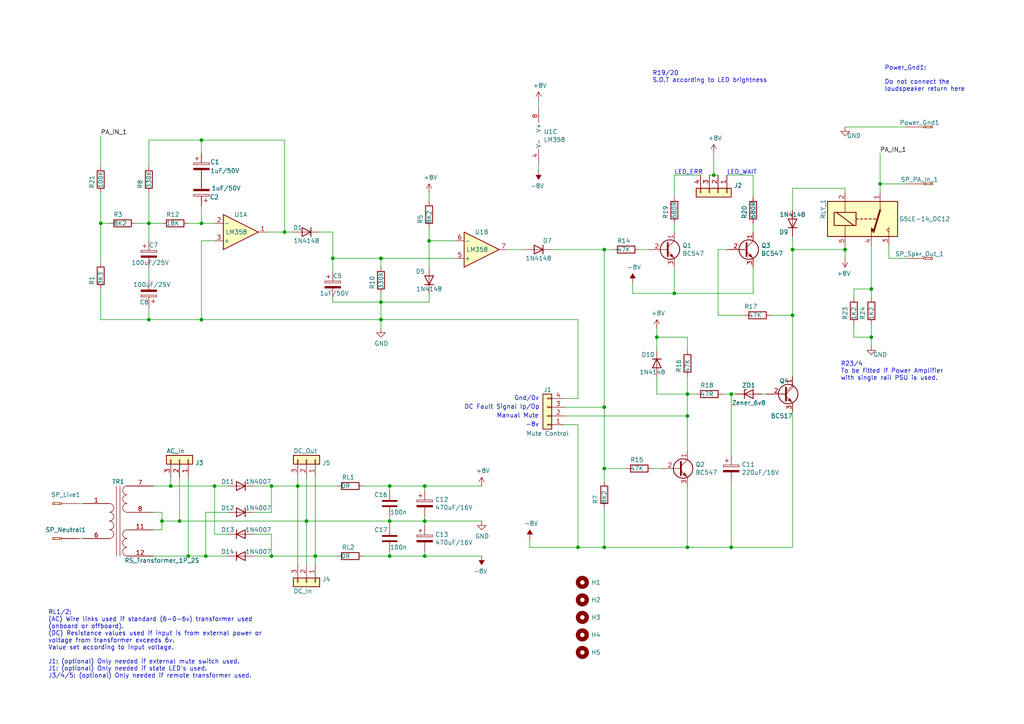
<source format=kicad_sch>
(kicad_sch (version 20230121) (generator eeschema)
  (paper "A4")
  (title_block (title "Mono DC Offset Protection PCB") (date "24-09-2020") (rev "v1.0a") (company "Graham-R") (comment 1 "Schematic (Part) copyright of Velleman") (comment 2 "Hardware is open Source"))
  (lib_symbols
    (symbol "AA_GR_KiCAD:RS_Transformer_1P_2S" (pin_names (offset 1.016) hide)
      (property "Reference" "TR" (at 0 12.7 0))
      (property "Value" "RS_Transformer_1P_2S" (at 0 -12.7 0))
      (symbol "RS_Transformer_1P_2S_0_1"
        (arc (start -2.54 -5.0546) (mid -1.6599 -4.6901) (end -1.27 -3.81))
        (arc (start -2.54 -2.5146) (mid -1.6599 -2.1501) (end -1.27 -1.27))
        (arc (start -2.54 0.0254) (mid -1.6599 0.3899) (end -1.27 1.27))
        (arc (start -2.54 2.5654) (mid -1.6599 2.9299) (end -1.27 3.81))
        (arc (start -1.27 -3.81) (mid -1.642 -2.912) (end -2.54 -2.54))
        (arc (start -1.27 -1.27) (mid -1.642 -0.372) (end -2.54 0))
        (arc (start -1.27 1.27) (mid -1.642 2.168) (end -2.54 2.54))
        (arc (start -1.27 3.81) (mid -1.642 4.708) (end -2.54 5.08))
        (polyline (pts (xy -0.508 -10.16) (xy -0.508 10.16)))
        (polyline (pts (xy 0.508 10.16) (xy 0.508 -10.16)))
        (arc (start 1.2954 -8.89) (mid 1.6599 -9.7701) (end 2.54 -10.1346))
        (arc (start 1.2954 -6.35) (mid 1.6599 -7.2301) (end 2.54 -7.5946))
        (arc (start 1.2954 -3.81) (mid 1.6599 -4.6901) (end 2.54 -5.0546))
        (arc (start 1.2954 3.81) (mid 1.6599 2.9299) (end 2.54 2.5654))
        (arc (start 1.2954 6.35) (mid 1.6599 5.4699) (end 2.54 5.1054))
        (arc (start 1.2954 8.89) (mid 1.6599 8.0099) (end 2.54 7.6454))
        (arc (start 2.54 -7.62) (mid 1.642 -7.992) (end 1.2954 -8.89))
        (arc (start 2.54 -5.08) (mid 1.642 -5.452) (end 1.2954 -6.35))
        (arc (start 2.54 -2.54) (mid 1.642 -2.912) (end 1.2954 -3.81))
        (arc (start 2.54 5.08) (mid 1.642 4.708) (end 1.2954 3.81))
        (arc (start 2.54 7.62) (mid 1.642 7.248) (end 1.2954 6.35))
        (arc (start 2.54 10.16) (mid 1.642 9.788) (end 1.2954 8.89))
      )
      (symbol "RS_Transformer_1P_2S_1_1"
        (pin passive line (at -10.16 5.08 0) (length 7.62) (name "AA") (number "1"))
        (pin passive line (at 10.16 -2.54 180) (length 7.62) (name "Sec2_1") (number "11"))
        (pin passive line (at 10.16 -10.16 180) (length 7.62) (name "Sec2_2") (number "12"))
        (pin passive line (at -10.16 -5.08 0) (length 7.62) (name "AB") (number "6"))
        (pin passive line (at 10.16 10.16 180) (length 7.62) (name "Sec1_1") (number "7"))
        (pin passive line (at 10.16 2.54 180) (length 7.62) (name "Sec1_2") (number "8"))
      )
    )
    (symbol "AA_GR_KiCAD:Spade_6.3mm" (pin_numbers hide) (pin_names (offset 1.016) hide)
      (property "Reference" "SP" (at 0 2.54 0))
      (property "Value" "Spade_6.3mm" (at 7.62 -2.54 0))
      (symbol "Spade_6.3mm_0_1"
        (rectangle (start -2.54 0.254) (end 0 -0.254) (fill (type background)))
        (polyline (pts (xy -2.032 0.254) (xy -2.032 -0.254)))
        (polyline (pts (xy -0.508 0.254) (xy -0.508 -0.254)))
      )
      (symbol "Spade_6.3mm_1_1"
        (pin passive line (at 5.08 0 180) (length 5.0038) (name "P1") (number "1"))
      )
    )
    (symbol "Amplifier_Operational:LM358" (pin_names (offset 0.127))
      (property "Reference" "U" (at 0 5.08 0))
      (property "Value" "LM358" (at 0 -5.08 0))
      (symbol "LM358_1_1"
        (polyline (pts (xy -5.08 5.08) (xy 5.08 0) (xy -5.08 -5.08) (xy -5.08 5.08)) (stroke (width 0.254)) (fill (type background)))
        (pin output line (at 7.62 0 180) (length 2.54) (name "~") (number "1"))
        (pin input line (at -7.62 -2.54 0) (length 2.54) (name "-") (number "2"))
        (pin input line (at -7.62 2.54 0) (length 2.54) (name "+") (number "3"))
      )
      (symbol "LM358_2_1"
        (polyline (pts (xy -5.08 5.08) (xy 5.08 0) (xy -5.08 -5.08) (xy -5.08 5.08)) (stroke (width 0.254)) (fill (type background)))
        (pin input line (at -7.62 2.54 0) (length 2.54) (name "+") (number "5"))
        (pin input line (at -7.62 -2.54 0) (length 2.54) (name "-") (number "6"))
        (pin output line (at 7.62 0 180) (length 2.54) (name "~") (number "7"))
      )
      (symbol "LM358_3_1"
        (pin power_in line (at -2.54 -7.62 90) (length 3.81) (name "V-") (number "4"))
        (pin power_in line (at -2.54 7.62 270) (length 3.81) (name "V+") (number "8"))
      )
    )
    (symbol "Connector_Generic:Conn_01x03" (pin_names (offset 1.016) hide)
      (property "Reference" "J" (at 0 5.08 0))
      (property "Value" "Conn_01x03" (at 0 -5.08 0))
      (symbol "Conn_01x03_1_1"
        (rectangle (start -1.27 -2.413) (end 0 -2.667) (stroke (width 0.1524)))
        (rectangle (start -1.27 0.127) (end 0 -0.127) (stroke (width 0.1524)))
        (rectangle (start -1.27 2.667) (end 0 2.413) (stroke (width 0.1524)))
        (rectangle (start -1.27 3.81) (end 1.27 -3.81) (stroke (width 0.254)) (fill (type background)))
        (pin passive line (at -5.08 2.54 0) (length 3.81) (name "Pin_1") (number "1"))
        (pin passive line (at -5.08 0 0) (length 3.81) (name "Pin_2") (number "2"))
        (pin passive line (at -5.08 -2.54 0) (length 3.81) (name "Pin_3") (number "3"))
      )
    )
    (symbol "Connector_Generic:Conn_01x04" (pin_names (offset 1.016) hide)
      (property "Reference" "J" (at 0 5.08 0))
      (property "Value" "Conn_01x04" (at 0 -7.62 0))
      (symbol "Conn_01x04_1_1"
        (rectangle (start -1.27 -4.953) (end 0 -5.207) (stroke (width 0.1524)))
        (rectangle (start -1.27 -2.413) (end 0 -2.667) (stroke (width 0.1524)))
        (rectangle (start -1.27 0.127) (end 0 -0.127) (stroke (width 0.1524)))
        (rectangle (start -1.27 2.667) (end 0 2.413) (stroke (width 0.1524)))
        (rectangle (start -1.27 3.81) (end 1.27 -6.35) (stroke (width 0.254)) (fill (type background)))
        (pin passive line (at -5.08 2.54 0) (length 3.81) (name "Pin_1") (number "1"))
        (pin passive line (at -5.08 0 0) (length 3.81) (name "Pin_2") (number "2"))
        (pin passive line (at -5.08 -2.54 0) (length 3.81) (name "Pin_3") (number "3"))
        (pin passive line (at -5.08 -5.08 0) (length 3.81) (name "Pin_4") (number "4"))
      )
    )
    (symbol "Device:C" (pin_numbers hide) (pin_names (offset 0.254))
      (property "Reference" "C" (at 0.635 2.54 0))
      (property "Value" "C" (at 0.635 -2.54 0))
      (symbol "C_0_1"
        (polyline (pts (xy -2.032 -0.762) (xy 2.032 -0.762)) (stroke (width 0.508)))
        (polyline (pts (xy -2.032 0.762) (xy 2.032 0.762)) (stroke (width 0.508)))
      )
      (symbol "C_1_1"
        (pin passive line (at 0 3.81 270) (length 2.794) (name "~") (number "1"))
        (pin passive line (at 0 -3.81 90) (length 2.794) (name "~") (number "2"))
      )
    )
    (symbol "Device:D_Zener" (pin_numbers hide) (pin_names (offset 1.016) hide)
      (property "Reference" "D" (at 0 2.54 0))
      (property "Value" "D_Zener" (at 0 -2.54 0))
      (symbol "D_Zener_0_1"
        (polyline (pts (xy 1.27 0) (xy -1.27 0)))
        (polyline (pts (xy -1.27 -1.27) (xy -1.27 1.27) (xy -0.762 1.27)) (stroke (width 0.254)))
        (polyline (pts (xy 1.27 -1.27) (xy 1.27 1.27) (xy -1.27 0) (xy 1.27 -1.27)) (stroke (width 0.254)))
      )
      (symbol "D_Zener_1_1"
        (pin passive line (at -3.81 0 0) (length 2.54) (name "K") (number "1"))
        (pin passive line (at 3.81 0 180) (length 2.54) (name "A") (number "2"))
      )
    )
    (symbol "Device:R" (pin_numbers hide) (pin_names (offset 0))
      (property "Reference" "R" (at 2.032 0 90))
      (property "Value" "R" (at 0 0 90))
      (symbol "R_0_1"
        (rectangle (start -1.016 -2.54) (end 1.016 2.54) (stroke (width 0.254)))
      )
      (symbol "R_1_1"
        (pin passive line (at 0 3.81 270) (length 1.27) (name "~") (number "1"))
        (pin passive line (at 0 -3.81 90) (length 1.27) (name "~") (number "2"))
      )
    )
    (symbol "Diode:1N4007" (pin_numbers hide) (pin_names hide)
      (property "Reference" "D" (at 0 2.54 0))
      (property "Value" "1N4007" (at 0 -2.54 0))
      (symbol "1N4007_0_1"
        (polyline (pts (xy -1.27 1.27) (xy -1.27 -1.27)) (stroke (width 0.254)))
        (polyline (pts (xy 1.27 0) (xy -1.27 0)))
        (polyline (pts (xy 1.27 1.27) (xy 1.27 -1.27) (xy -1.27 0) (xy 1.27 1.27)) (stroke (width 0.254)))
      )
      (symbol "1N4007_1_1"
        (pin passive line (at -3.81 0 0) (length 2.54) (name "K") (number "1"))
        (pin passive line (at 3.81 0 180) (length 2.54) (name "A") (number "2"))
      )
    )
    (symbol "Diode:1N4148" (pin_numbers hide) (pin_names hide)
      (property "Reference" "D" (at 0 2.54 0))
      (property "Value" "1N4148" (at 0 -2.54 0))
      (symbol "1N4148_0_1"
        (polyline (pts (xy -1.27 1.27) (xy -1.27 -1.27)) (stroke (width 0.254)))
        (polyline (pts (xy 1.27 0) (xy -1.27 0)))
        (polyline (pts (xy 1.27 1.27) (xy 1.27 -1.27) (xy -1.27 0) (xy 1.27 1.27)) (stroke (width 0.254)))
      )
      (symbol "1N4148_1_1"
        (pin passive line (at -3.81 0 0) (length 2.54) (name "K") (number "1"))
        (pin passive line (at 3.81 0 180) (length 2.54) (name "A") (number "2"))
      )
    )
    (symbol "KiCAD_SpeakerProtection_Mono_v1.0-rescue:CP-Device" (pin_numbers hide) (pin_names (offset 0.254))
      (property "Reference" "C" (at 0.635 2.54 0))
      (property "Value" "Device_CP" (at 0.635 -2.54 0))
      (symbol "CP-Device_0_1"
        (rectangle (start -2.286 0.508) (end 2.286 1.016))
        (polyline (pts (xy -1.778 2.286) (xy -0.762 2.286)))
        (polyline (pts (xy -1.27 2.794) (xy -1.27 1.778)))
        (rectangle (start 2.286 -0.508) (end -2.286 -1.016) (fill (type outline)))
      )
      (symbol "CP-Device_1_1"
        (pin passive line (at 0 3.81 270) (length 2.794) (name "~") (number "1"))
        (pin passive line (at 0 -3.81 90) (length 2.794) (name "~") (number "2"))
      )
    )
    (symbol "Mechanical:MountingHole" (pin_names (offset 1.016))
      (property "Reference" "H" (at 0 5.08 0))
      (property "Value" "MountingHole" (at 0 3.175 0))
      (symbol "MountingHole_0_1"
        (circle (center 0 0) (radius 1.27) (stroke (width 1.27)))
      )
    )
    (symbol "Relay:G5LE-1"
      (property "Reference" "K" (at 11.43 3.81 0))
      (property "Value" "G5LE-1" (at 11.43 1.27 0))
      (symbol "G5LE-1_0_0"
        (polyline (pts (xy 7.62 5.08) (xy 7.62 2.54) (xy 6.985 3.175) (xy 7.62 3.81)))
      )
      (symbol "G5LE-1_0_1"
        (rectangle (start -10.16 5.08) (end 10.16 -5.08) (stroke (width 0.254)) (fill (type background)))
        (rectangle (start -8.255 1.905) (end -1.905 -1.905) (stroke (width 0.254)))
        (polyline (pts (xy -7.62 -1.905) (xy -2.54 1.905)) (stroke (width 0.254)))
        (polyline (pts (xy -5.08 -5.08) (xy -5.08 -1.905)))
        (polyline (pts (xy -5.08 5.08) (xy -5.08 1.905)))
        (polyline (pts (xy -1.905 0) (xy -1.27 0)) (stroke (width 0.254)))
        (polyline (pts (xy -0.635 0) (xy 0 0)) (stroke (width 0.254)))
        (polyline (pts (xy 0.635 0) (xy 1.27 0)) (stroke (width 0.254)))
        (polyline (pts (xy 1.905 0) (xy 2.54 0)) (stroke (width 0.254)))
        (polyline (pts (xy 3.175 0) (xy 3.81 0)) (stroke (width 0.254)))
        (polyline (pts (xy 5.08 -2.54) (xy 3.175 3.81)) (stroke (width 0.508)))
        (polyline (pts (xy 5.08 -2.54) (xy 5.08 -5.08)))
        (polyline (pts (xy 2.54 5.08) (xy 2.54 2.54) (xy 3.175 3.175) (xy 2.54 3.81)) (fill (type outline)))
      )
      (symbol "G5LE-1_1_1"
        (pin passive line (at 5.08 -7.62 90) (length 2.54) (name "~") (number "1"))
        (pin passive line (at -5.08 -7.62 90) (length 2.54) (name "~") (number "2"))
        (pin passive line (at 7.62 7.62 270) (length 2.54) (name "~") (number "3"))
        (pin passive line (at 2.54 7.62 270) (length 2.54) (name "~") (number "4"))
        (pin passive line (at -5.08 7.62 270) (length 2.54) (name "~") (number "5"))
      )
    )
    (symbol "Transistor_BJT:BC517" (pin_names (offset 0) hide)
      (property "Reference" "Q" (at 5.08 1.905 0))
      (property "Value" "BC517" (at 5.08 0 0))
      (symbol "BC517_0_1"
        (polyline (pts (xy 0.635 0.635) (xy 2.54 2.54)))
        (polyline (pts (xy 0.635 -0.635) (xy 2.54 -2.54) (xy 2.54 -2.54)))
        (polyline (pts (xy 0.635 0) (xy 2.54 1.905) (xy 2.54 2.54)))
        (polyline (pts (xy 0.635 1.905) (xy 0.635 -1.905) (xy 0.635 -1.905)) (stroke (width 0.508)))
        (polyline (pts (xy 1.27 -1.778) (xy 1.778 -1.27) (xy 2.286 -2.286) (xy 1.27 -1.778) (xy 1.27 -1.778)) (fill (type outline)))
        (circle (center 1.27 0) (radius 2.8194) (stroke (width 0.254)))
      )
      (symbol "BC517_1_1"
        (pin passive line (at 2.54 5.08 270) (length 2.54) (name "C") (number "1"))
        (pin input line (at -5.08 0 0) (length 5.715) (name "B") (number "2"))
        (pin passive line (at 2.54 -5.08 90) (length 2.54) (name "E") (number "3"))
      )
    )
    (symbol "Transistor_BJT:BC547" (pin_names (offset 0) hide)
      (property "Reference" "Q" (at 5.08 1.905 0))
      (property "Value" "BC547" (at 5.08 0 0))
      (symbol "BC547_0_1"
        (polyline (pts (xy 0 0) (xy 0.635 0)))
        (polyline (pts (xy 0.635 0.635) (xy 2.54 2.54)))
        (polyline (pts (xy 0.635 -0.635) (xy 2.54 -2.54) (xy 2.54 -2.54)))
        (polyline (pts (xy 0.635 1.905) (xy 0.635 -1.905) (xy 0.635 -1.905)) (stroke (width 0.508)))
        (polyline (pts (xy 1.27 -1.778) (xy 1.778 -1.27) (xy 2.286 -2.286) (xy 1.27 -1.778) (xy 1.27 -1.778)) (fill (type outline)))
        (circle (center 1.27 0) (radius 2.8194) (stroke (width 0.254)))
      )
      (symbol "BC547_1_1"
        (pin passive line (at 2.54 5.08 270) (length 2.54) (name "C") (number "1"))
        (pin input line (at -5.08 0 0) (length 5.08) (name "B") (number "2"))
        (pin passive line (at 2.54 -5.08 90) (length 2.54) (name "E") (number "3"))
      )
    )
    (symbol "power:+8V" (power) (pin_names (offset 0))
      (property "Value" "+8V" (at 0 3.556 0))
      (symbol "+8V_0_1"
        (polyline (pts (xy -0.762 1.27) (xy 0 2.54)))
        (polyline (pts (xy 0 0) (xy 0 2.54)))
        (polyline (pts (xy 0 2.54) (xy 0.762 1.27)))
      )
      (symbol "+8V_1_1"
        (pin power_in line (at 0 0 90) (length 0) hide (name "+8V") (number "1"))
      )
    )
    (symbol "power:-8V" (power) (pin_names (offset 0))
      (property "Value" "-8V" (at 0 3.81 0))
      (symbol "-8V_0_0"
        (pin power_in line (at 0 0 90) (length 0) hide (name "-8V") (number "1"))
      )
      (symbol "-8V_0_1"
        (polyline (pts (xy 0 0) (xy 0 1.27) (xy 0.762 1.27) (xy 0 2.54) (xy -0.762 1.27) (xy 0 1.27)) (fill (type outline)))
      )
    )
    (symbol "power:GND" (power) (pin_names (offset 0))
      (property "Value" "GND" (at 0 -3.81 0))
      (symbol "GND_0_1"
        (polyline (pts (xy 0 0) (xy 0 -1.27) (xy 1.27 -1.27) (xy 0 -2.54) (xy -1.27 -1.27) (xy 0 -1.27)))
      )
      (symbol "GND_1_1"
        (pin power_in line (at 0 0 270) (length 0) hide (name "GND") (number "1"))
      )
    )
  )
  (junction (at 195.58 85.09))
  (junction (at 54.61 161.29))
  (junction (at 43.18 64.77))
  (junction (at 123.19 151.13))
  (junction (at 167.64 158.75))
  (junction (at 212.09 158.75))
  (junction (at 252.73 83.82))
  (junction (at 229.87 91.44))
  (junction (at 78.74 161.29))
  (junction (at 29.21 64.77))
  (junction (at 199.39 120.65))
  (junction (at 229.87 72.39))
  (junction (at 245.11 72.39))
  (junction (at 175.26 72.39))
  (junction (at 49.53 140.97))
  (junction (at 175.26 135.89))
  (junction (at 58.42 92.71))
  (junction (at 175.26 158.75))
  (junction (at 86.36 140.97))
  (junction (at 190.5 97.79))
  (junction (at 113.03 140.97))
  (junction (at 123.19 140.97))
  (junction (at 110.49 87.63))
  (junction (at 62.23 140.97))
  (junction (at 82.55 67.31))
  (junction (at 78.74 140.97))
  (junction (at 96.52 74.93))
  (junction (at 123.19 161.29))
  (junction (at 252.73 97.79))
  (junction (at 110.49 92.71))
  (junction (at 59.69 161.29))
  (junction (at 91.44 161.29))
  (junction (at 43.18 92.71))
  (junction (at 124.46 69.85))
  (junction (at 212.09 114.3))
  (junction (at 52.07 151.13))
  (junction (at 113.03 161.29))
  (junction (at 175.26 118.11))
  (junction (at 58.42 64.77))
  (junction (at 88.9 151.13))
  (junction (at 199.39 114.3))
  (junction (at 58.42 40.64))
  (junction (at 46.99 151.13))
  (junction (at 113.03 151.13))
  (junction (at 199.39 158.75))
  (junction (at 110.49 74.93))
  (junction (at 255.27 53.34))
  (junction (at 207.01 50.8))
  (wire (pts (xy 190.5 109.22) (xy 190.5 114.3)))
  (wire (pts (xy 123.19 152.4) (xy 123.19 151.13)))
  (wire (pts (xy 160.02 72.39) (xy 175.26 72.39)))
  (wire (pts (xy 66.04 140.97) (xy 62.23 140.97)))
  (wire (pts (xy 207.01 50.8) (xy 205.74 50.8)))
  (wire (pts (xy 229.87 60.96) (xy 229.87 54.61)))
  (wire (pts (xy 124.46 58.42) (xy 124.46 55.88)))
  (wire (pts (xy 190.5 97.79) (xy 190.5 95.25)))
  (wire (pts (xy 78.74 161.29) (xy 91.44 161.29)))
  (wire (pts (xy 123.19 161.29) (xy 139.7 161.29)))
  (wire (pts (xy 199.39 158.75) (xy 212.09 158.75)))
  (wire (pts (xy 167.64 158.75) (xy 175.26 158.75)))
  (wire (pts (xy 212.09 114.3) (xy 213.36 114.3)))
  (wire (pts (xy 96.52 86.36) (xy 96.52 87.63)))
  (wire (pts (xy 218.44 85.09) (xy 218.44 77.47)))
  (wire (pts (xy 29.21 55.88) (xy 29.21 64.77)))
  (wire (pts (xy 252.73 83.82) (xy 252.73 71.12)))
  (wire (pts (xy 86.36 140.97) (xy 97.79 140.97)))
  (wire (pts (xy 229.87 119.38) (xy 229.87 158.75)))
  (wire (pts (xy 62.23 140.97) (xy 62.23 154.94)))
  (wire (pts (xy 195.58 85.09) (xy 218.44 85.09)))
  (wire (pts (xy 212.09 132.08) (xy 212.09 114.3)))
  (wire (pts (xy 91.44 161.29) (xy 97.79 161.29)))
  (wire (pts (xy 245.11 71.12) (xy 245.11 72.39)))
  (wire (pts (xy 195.58 64.77) (xy 195.58 67.31)))
  (wire (pts (xy 189.23 135.89) (xy 191.77 135.89)))
  (wire (pts (xy 73.66 140.97) (xy 78.74 140.97)))
  (wire (pts (xy 245.11 74.93) (xy 245.11 72.39)))
  (wire (pts (xy 156.21 29.21) (xy 156.21 31.75)))
  (wire (pts (xy 43.18 92.71) (xy 58.42 92.71)))
  (wire (pts (xy 73.66 148.59) (xy 78.74 148.59)))
  (wire (pts (xy 110.49 87.63) (xy 124.46 87.63)))
  (wire (pts (xy 113.03 151.13) (xy 123.19 151.13)))
  (wire (pts (xy 54.61 64.77) (xy 58.42 64.77)))
  (wire (pts (xy 123.19 142.24) (xy 123.19 140.97)))
  (wire (pts (xy 222.25 114.3) (xy 220.98 114.3)))
  (wire (pts (xy 177.8 72.39) (xy 175.26 72.39)))
  (wire (pts (xy 88.9 151.13) (xy 113.03 151.13)))
  (wire (pts (xy 175.26 118.11) (xy 175.26 135.89)))
  (wire (pts (xy 78.74 154.94) (xy 78.74 161.29)))
  (wire (pts (xy 229.87 54.61) (xy 245.11 54.61)))
  (wire (pts (xy 218.44 50.8) (xy 210.82 50.8)))
  (wire (pts (xy 58.42 69.85) (xy 62.23 69.85)))
  (wire (pts (xy 208.28 72.39) (xy 208.28 91.44)))
  (wire (pts (xy 123.19 140.97) (xy 139.7 140.97)))
  (wire (pts (xy 123.19 140.97) (xy 113.03 140.97)))
  (wire (pts (xy 252.73 83.82) (xy 252.73 86.36)))
  (wire (pts (xy 190.5 114.3) (xy 199.39 114.3)))
  (wire (pts (xy 82.55 67.31) (xy 85.09 67.31)))
  (wire (pts (xy 22.86 156.21) (xy 24.13 156.21)))
  (wire (pts (xy 86.36 163.83) (xy 86.36 140.97)))
  (wire (pts (xy 110.49 77.47) (xy 110.49 74.93)))
  (wire (pts (xy 252.73 97.79) (xy 252.73 100.33)))
  (wire (pts (xy 29.21 64.77) (xy 29.21 76.2)))
  (wire (pts (xy 46.99 151.13) (xy 52.07 151.13)))
  (wire (pts (xy 113.03 161.29) (xy 123.19 161.29)))
  (wire (pts (xy 113.03 140.97) (xy 105.41 140.97)))
  (wire (pts (xy 229.87 91.44) (xy 229.87 109.22)))
  (wire (pts (xy 91.44 161.29) (xy 91.44 163.83)))
  (wire (pts (xy 96.52 67.31) (xy 96.52 74.93)))
  (wire (pts (xy 247.65 83.82) (xy 252.73 83.82)))
  (wire (pts (xy 86.36 140.97) (xy 78.74 140.97)))
  (wire (pts (xy 46.99 148.59) (xy 46.99 151.13)))
  (wire (pts (xy 88.9 138.43) (xy 88.9 151.13)))
  (wire (pts (xy 96.52 78.74) (xy 96.52 74.93)))
  (wire (pts (xy 110.49 85.09) (xy 110.49 87.63)))
  (wire (pts (xy 262.89 53.34) (xy 255.27 53.34)))
  (wire (pts (xy 190.5 101.6) (xy 190.5 97.79)))
  (wire (pts (xy 123.19 149.86) (xy 123.19 151.13)))
  (wire (pts (xy 167.64 123.19) (xy 167.64 158.75)))
  (wire (pts (xy 29.21 83.82) (xy 29.21 92.71)))
  (wire (pts (xy 195.58 50.8) (xy 203.2 50.8)))
  (wire (pts (xy 124.46 87.63) (xy 124.46 85.09)))
  (wire (pts (xy 44.45 148.59) (xy 46.99 148.59)))
  (wire (pts (xy 92.71 67.31) (xy 96.52 67.31)))
  (wire (pts (xy 163.83 120.65) (xy 199.39 120.65)))
  (wire (pts (xy 199.39 140.97) (xy 199.39 158.75)))
  (wire (pts (xy 58.42 59.69) (xy 58.42 64.77)))
  (wire (pts (xy 110.49 92.71) (xy 110.49 87.63)))
  (wire (pts (xy 183.515 85.09) (xy 195.58 85.09)))
  (wire (pts (xy 54.61 161.29) (xy 44.45 161.29)))
  (wire (pts (xy 247.65 86.36) (xy 247.65 83.82)))
  (wire (pts (xy 49.53 140.97) (xy 44.45 140.97)))
  (wire (pts (xy 77.47 67.31) (xy 82.55 67.31)))
  (wire (pts (xy 43.18 69.85) (xy 43.18 64.77)))
  (wire (pts (xy 113.03 160.02) (xy 113.03 161.29)))
  (wire (pts (xy 113.03 142.24) (xy 113.03 140.97)))
  (wire (pts (xy 257.81 74.93) (xy 257.81 71.12)))
  (wire (pts (xy 46.99 151.13) (xy 46.99 153.67)))
  (wire (pts (xy 183.515 81.915) (xy 183.515 85.09)))
  (wire (pts (xy 147.32 72.39) (xy 152.4 72.39)))
  (wire (pts (xy 167.64 115.57) (xy 167.64 92.71)))
  (wire (pts (xy 58.42 44.45) (xy 58.42 40.64)))
  (wire (pts (xy 39.37 64.77) (xy 43.18 64.77)))
  (wire (pts (xy 46.99 153.67) (xy 44.45 153.67)))
  (wire (pts (xy 59.69 148.59) (xy 59.69 161.29)))
  (wire (pts (xy 245.11 72.39) (xy 229.87 72.39)))
  (wire (pts (xy 207.01 44.45) (xy 207.01 50.8)))
  (wire (pts (xy 208.28 91.44) (xy 215.9 91.44)))
  (wire (pts (xy 175.26 135.89) (xy 175.26 139.7)))
  (wire (pts (xy 167.64 92.71) (xy 110.49 92.71)))
  (wire (pts (xy 132.08 69.85) (xy 124.46 69.85)))
  (wire (pts (xy 212.09 139.7) (xy 212.09 158.75)))
  (wire (pts (xy 62.23 154.94) (xy 66.04 154.94)))
  (wire (pts (xy 123.19 160.02) (xy 123.19 161.29)))
  (wire (pts (xy 123.19 151.13) (xy 139.7 151.13)))
  (wire (pts (xy 218.44 67.31) (xy 218.44 64.77)))
  (wire (pts (xy 262.89 36.83) (xy 245.11 36.83)))
  (wire (pts (xy 229.87 91.44) (xy 229.87 72.39)))
  (wire (pts (xy 73.66 161.29) (xy 78.74 161.29)))
  (wire (pts (xy 78.74 148.59) (xy 78.74 140.97)))
  (wire (pts (xy 29.21 48.26) (xy 29.21 39.37)))
  (wire (pts (xy 190.5 97.79) (xy 199.39 97.79)))
  (wire (pts (xy 54.61 161.29) (xy 59.69 161.29)))
  (wire (pts (xy 59.69 161.29) (xy 66.04 161.29)))
  (wire (pts (xy 91.44 138.43) (xy 91.44 161.29)))
  (wire (pts (xy 153.67 158.75) (xy 167.64 158.75)))
  (wire (pts (xy 199.39 120.65) (xy 199.39 130.81)))
  (wire (pts (xy 29.21 64.77) (xy 31.75 64.77)))
  (wire (pts (xy 43.18 77.47) (xy 43.18 81.28)))
  (wire (pts (xy 54.61 138.43) (xy 54.61 161.29)))
  (wire (pts (xy 132.08 74.93) (xy 110.49 74.93)))
  (wire (pts (xy 255.27 55.88) (xy 255.27 53.34)))
  (wire (pts (xy 113.03 152.4) (xy 113.03 151.13)))
  (wire (pts (xy 22.86 146.05) (xy 24.13 146.05)))
  (wire (pts (xy 199.39 114.3) (xy 201.93 114.3)))
  (wire (pts (xy 49.53 138.43) (xy 49.53 140.97)))
  (wire (pts (xy 43.18 92.71) (xy 43.18 88.9)))
  (wire (pts (xy 255.27 44.45) (xy 255.27 53.34)))
  (wire (pts (xy 163.83 118.11) (xy 175.26 118.11)))
  (wire (pts (xy 212.09 158.75) (xy 229.87 158.75)))
  (wire (pts (xy 124.46 69.85) (xy 124.46 66.04)))
  (wire (pts (xy 199.39 109.22) (xy 199.39 114.3)))
  (wire (pts (xy 247.65 97.79) (xy 252.73 97.79)))
  (wire (pts (xy 153.67 158.75) (xy 153.67 156.21)))
  (wire (pts (xy 43.18 55.88) (xy 43.18 64.77)))
  (wire (pts (xy 163.83 115.57) (xy 167.64 115.57)))
  (wire (pts (xy 199.39 114.3) (xy 199.39 120.65)))
  (wire (pts (xy 175.26 158.75) (xy 199.39 158.75)))
  (wire (pts (xy 223.52 91.44) (xy 229.87 91.44)))
  (wire (pts (xy 62.23 140.97) (xy 49.53 140.97)))
  (wire (pts (xy 96.52 74.93) (xy 110.49 74.93)))
  (wire (pts (xy 58.42 64.77) (xy 62.23 64.77)))
  (wire (pts (xy 218.44 57.15) (xy 218.44 50.8)))
  (wire (pts (xy 113.03 149.86) (xy 113.03 151.13)))
  (wire (pts (xy 59.69 148.59) (xy 66.04 148.59)))
  (wire (pts (xy 181.61 135.89) (xy 175.26 135.89)))
  (wire (pts (xy 29.21 92.71) (xy 43.18 92.71)))
  (wire (pts (xy 58.42 92.71) (xy 110.49 92.71)))
  (wire (pts (xy 199.39 97.79) (xy 199.39 101.6)))
  (wire (pts (xy 73.66 154.94) (xy 78.74 154.94)))
  (wire (pts (xy 96.52 87.63) (xy 110.49 87.63)))
  (wire (pts (xy 43.18 40.64) (xy 43.18 48.26)))
  (wire (pts (xy 105.41 161.29) (xy 113.03 161.29)))
  (wire (pts (xy 229.87 72.39) (xy 229.87 68.58)))
  (wire (pts (xy 210.82 72.39) (xy 208.28 72.39)))
  (wire (pts (xy 43.18 64.77) (xy 46.99 64.77)))
  (wire (pts (xy 82.55 67.31) (xy 82.55 40.64)))
  (wire (pts (xy 209.55 114.3) (xy 212.09 114.3)))
  (wire (pts (xy 167.64 123.19) (xy 163.83 123.19)))
  (wire (pts (xy 257.81 74.93) (xy 262.89 74.93)))
  (wire (pts (xy 195.58 50.8) (xy 195.58 57.15)))
  (wire (pts (xy 110.49 95.25) (xy 110.49 92.71)))
  (wire (pts (xy 175.26 72.39) (xy 175.26 118.11)))
  (wire (pts (xy 52.07 138.43) (xy 52.07 151.13)))
  (wire (pts (xy 86.36 140.97) (xy 86.36 138.43)))
  (wire (pts (xy 208.28 50.8) (xy 207.01 50.8)))
  (wire (pts (xy 187.96 72.39) (xy 185.42 72.39)))
  (wire (pts (xy 195.58 77.47) (xy 195.58 85.09)))
  (wire (pts (xy 82.55 40.64) (xy 58.42 40.64)))
  (wire (pts (xy 156.21 49.53) (xy 156.21 46.99)))
  (wire (pts (xy 52.07 151.13) (xy 88.9 151.13)))
  (wire (pts (xy 58.42 40.64) (xy 43.18 40.64)))
  (wire (pts (xy 245.11 55.88) (xy 245.11 54.61)))
  (wire (pts (xy 88.9 151.13) (xy 88.9 163.83)))
  (wire (pts (xy 175.26 147.32) (xy 175.26 158.75)))
  (wire (pts (xy 247.65 93.98) (xy 247.65 97.79)))
  (wire (pts (xy 124.46 69.85) (xy 124.46 77.47)))
  (wire (pts (xy 58.42 69.85) (xy 58.42 92.71)))
  (wire (pts (xy 252.73 93.98) (xy 252.73 97.79)))
  (text "Gnd/0v" (at 149.098 116.332 0) (effects (font (size 1.27 1.27)) (justify left bottom)))
  (text "R19/20\nS.O.T according to LED brightness" (at 189.23 24.13 0) (effects (font (size 1.27 1.27)) (justify left bottom)))
  (text "DC Fault Signal Ip/Op" (at 134.62 118.872 0) (effects (font (size 1.27 1.27)) (justify left bottom)))
  (text "LED_WAIT" (at 210.82 50.8 0) (effects (font (size 1.27 1.27)) (justify left bottom)))
  (text "LED_ERR" (at 195.58 50.8 0) (effects (font (size 1.27 1.27)) (justify left bottom)))
  (text "Power_Gnd1:\n\nDo not connect the \nloudspeaker return here" (at 256.54 26.67 0) (effects (font (size 1.27 1.27)) (justify left bottom)))
  (text "Manual Mute" (at 144.018 121.412 0) (effects (font (size 1.27 1.27)) (justify left bottom)))
  (text "-8v" (at 152.4 123.952 0) (effects (font (size 1.27 1.27)) (justify left bottom)))
  (text "R23/4\nTo be fitted if Power Amplifier\nwith single rail PSU is used." (at 243.84 110.49 0) (effects (font (size 1.27 1.27)) (justify left bottom)))
  (text "RL1/2:\n(AC) Wire links used if standard (6-0-6v) transformer used\n(onboard or offboard).\n(DC) Resistance values used if input is from external power or\nvoltage from transformer exceeds 6v.\nValue set according to input voltage.\n\nJ1: (optional) Only needed if external mute switch used.\nJ1: (optional) Only needed if state LED's used.\nJ3/4/5: (optional) Only needed if remote transformer used." (at 13.97 196.85 0) (effects (font (size 1.27 1.27)) (justify left bottom)))
  (label "PA_IN_1" (at 255.27 44.45 0))
  (label "PA_IN_1" (at 29.21 39.37 0))
  (symbol (lib_id "Device:D_Zener") (at 217.17 114.3 0) (unit 1)
    (property "Reference" "ZD1" (at 217.17 111.76 0))
    (property "Value" "Zener_6v8" (at 217.17 116.84 0))
    (property "Footprint" "Diode_THT:D_DO-35_SOD27_P7.62mm_Horizontal" (effects hide))
  )
  (symbol (lib_id "KiCAD_SpeakerProtection_Mono_v1.0-rescue:CP-Device") (at 212.09 135.89 0) (unit 1)
    (property "Reference" "C11" (at 215.0872 134.7216 0) (effects (justify left)))
    (property "Value" "220uF/16V" (at 215.0872 137.033 0) (effects (justify left)))
    (property "Footprint" "Capacitor_THT:CP_Radial_D8.0mm_P5.00mm" (effects hide))
  )
  (symbol (lib_id "Diode:1N4148") (at 190.5 105.41 90) (mirror x) (unit 1)
    (property "Reference" "D10" (at 187.96 102.87 90))
    (property "Value" "1N4148" (at 189.23 107.95 90))
    (property "Footprint" "Diode_THT:D_DO-35_SOD27_P7.62mm_Horizontal" (effects hide))
    (property "Datasheet" "https://assets.nexperia.com/documents/data-sheet/1N4148_1N4448.pdf" (effects hide))
  )
  (symbol (lib_id "Diode:1N4148") (at 229.87 64.77 90) (unit 1)
    (property "Reference" "D9" (at 227.33 67.31 90))
    (property "Value" "1N4148" (at 229.87 62.23 90))
    (property "Footprint" "Diode_THT:D_DO-35_SOD27_P7.62mm_Horizontal" (effects hide))
    (property "Datasheet" "https://assets.nexperia.com/documents/data-sheet/1N4148_1N4448.pdf" (effects hide))
  )
  (symbol (lib_id "power:GND") (at 110.49 95.25 0) (unit 1)
    (property "Reference" "#PWR0116" (effects hide))
    (property "Value" "GND" (at 110.617 99.6442 0))
  )
  (symbol (lib_id "Mechanical:MountingHole") (at 168.91 168.91 0) (unit 1)
    (property "Reference" "H1" (at 171.45 168.91 0) (effects (justify left)))
    (property "Value" "MountingHole" (effects hide))
    (property "Footprint" "MountingHole:MountingHole_3.2mm_M3" (effects hide))
  )
  (symbol (lib_id "Transistor_BJT:BC517") (at 227.33 114.3 0) (unit 1)
    (property "Reference" "Q4" (at 226.06 110.49 0) (effects (justify left)))
    (property "Value" "BC517" (at 223.52 120.65 0) (effects (justify left)))
    (property "Footprint" "Package_TO_SOT_THT:TO-92L_Inline_Wide" (effects hide))
    (property "Datasheet" "http://www.fairchildsemi.com/ds/BC/BC517.pdf" (effects hide))
  )
  (symbol (lib_id "Mechanical:MountingHole") (at 168.91 173.99 0) (unit 1)
    (property "Reference" "H2" (at 171.45 173.99 0) (effects (justify left)))
    (property "Value" "MountingHole" (effects hide))
    (property "Footprint" "MountingHole:MountingHole_3.2mm_M3" (effects hide))
  )
  (symbol (lib_id "Mechanical:MountingHole") (at 168.91 179.07 0) (unit 1)
    (property "Reference" "H3" (at 171.45 179.07 0) (effects (justify left)))
    (property "Value" "MountingHole" (effects hide))
    (property "Footprint" "MountingHole:MountingHole_3.2mm_M3" (effects hide))
  )
  (symbol (lib_id "Mechanical:MountingHole") (at 168.91 184.15 0) (unit 1)
    (property "Reference" "H4" (at 171.45 184.15 0) (effects (justify left)))
    (property "Value" "MountingHole" (effects hide))
    (property "Footprint" "MountingHole:MountingHole_3.2mm_M3" (effects hide))
  )
  (symbol (lib_id "Device:R") (at 205.74 114.3 90) (unit 1)
    (property "Reference" "R18" (at 207.01 111.76 90) (effects (justify left)))
    (property "Value" "47R" (at 207.01 114.3 90) (effects (justify left)))
    (property "Footprint" "Resistor_THT:R_Axial_DIN0207_L6.3mm_D2.5mm_P10.16mm_Horizontal" (effects hide))
  )
  (symbol (lib_id "Device:R") (at 199.39 105.41 180) (unit 1)
    (property "Reference" "R16" (at 196.85 104.14 90) (effects (justify left)))
    (property "Value" "47K" (at 199.39 104.14 90) (effects (justify left)))
    (property "Footprint" "Resistor_THT:R_Axial_DIN0207_L6.3mm_D2.5mm_P10.16mm_Horizontal" (effects hide))
  )
  (symbol (lib_id "Device:R") (at 185.42 135.89 90) (unit 1)
    (property "Reference" "R15" (at 186.69 133.35 90) (effects (justify left)))
    (property "Value" "47K" (at 186.69 135.89 90) (effects (justify left)))
    (property "Footprint" "Resistor_THT:R_Axial_DIN0207_L6.3mm_D2.5mm_P10.16mm_Horizontal" (effects hide))
  )
  (symbol (lib_id "Device:R") (at 175.26 143.51 180) (unit 1)
    (property "Reference" "R7" (at 172.72 143.51 90) (effects (justify left)))
    (property "Value" "8K2" (at 175.26 142.24 90) (effects (justify left)))
    (property "Footprint" "Resistor_THT:R_Axial_DIN0207_L6.3mm_D2.5mm_P10.16mm_Horizontal" (effects hide))
  )
  (symbol (lib_id "Device:R") (at 101.6 140.97 90) (unit 1)
    (property "Reference" "RL1" (at 102.87 138.43 90) (effects (justify left)))
    (property "Value" "0R" (at 101.6 140.97 90) (effects (justify left)))
    (property "Footprint" "Resistor_THT:R_Axial_DIN0207_L6.3mm_D2.5mm_P10.16mm_Horizontal" (effects hide))
  )
  (symbol (lib_id "Device:R") (at 101.6 161.29 90) (unit 1)
    (property "Reference" "RL2" (at 102.87 158.75 90) (effects (justify left)))
    (property "Value" "0R" (at 101.6 161.29 90) (effects (justify left)))
    (property "Footprint" "Resistor_THT:R_Axial_DIN0207_L6.3mm_D2.5mm_P10.16mm_Horizontal" (effects hide))
  )
  (symbol (lib_id "AA_GR_KiCAD:Spade_6.3mm") (at 267.97 36.83 0) (mirror y) (unit 1)
    (property "Reference" "Power_Gnd1" (at 266.7 35.56 0))
    (property "Value" "Spade_6.3mm" (effects hide))
    (property "Footprint" "AA_GR_KICAD-footprints:SPADE_TERMINAL_6.3MM" (effects hide))
  )
  (symbol (lib_id "Device:C") (at 113.03 146.05 0) (unit 1)
    (property "Reference" "C16" (at 110.49 143.51 0))
    (property "Value" "100n" (at 115.57 148.59 0))
    (property "Footprint" "Capacitor_THT:C_Disc_D5.0mm_W2.5mm_P5.00mm" (effects hide))
  )
  (symbol (lib_id "Device:R") (at 247.65 90.17 180) (unit 1)
    (property "Reference" "R23" (at 245.11 88.9 90) (effects (justify left)))
    (property "Value" "1K2" (at 247.65 88.9 90) (effects (justify left)))
    (property "Footprint" "Resistor_THT:R_Axial_DIN0414_L11.9mm_D4.5mm_P5.08mm_Vertical" (effects hide))
  )
  (symbol (lib_id "Device:R") (at 252.73 90.17 180) (unit 1)
    (property "Reference" "R24" (at 250.19 88.9 90) (effects (justify left)))
    (property "Value" "1K2" (at 252.73 88.9 90) (effects (justify left)))
    (property "Footprint" "Resistor_THT:R_Axial_DIN0414_L11.9mm_D4.5mm_P5.08mm_Vertical" (effects hide))
  )
  (symbol (lib_id "Connector_Generic:Conn_01x04") (at 208.28 55.88 270) (unit 1)
    (property "Reference" "J2" (at 212.852 53.7972 90) (effects (justify left)))
    (property "Value" "LED" (effects hide))
    (property "Footprint" "Connector_Molex:Molex_KK-254_AE-6410-04A_1x04_P2.54mm_Vertical" (effects hide))
  )
  (symbol (lib_id "Device:R") (at 195.58 60.96 0) (unit 1)
    (property "Reference" "R19" (at 193.04 63.5 90) (effects (justify left)))
    (property "Value" "680R" (at 195.58 63.5 90) (effects (justify left)))
    (property "Footprint" "Resistor_THT:R_Axial_DIN0207_L6.3mm_D2.5mm_P10.16mm_Horizontal" (effects hide))
  )
  (symbol (lib_id "Device:R") (at 218.44 60.96 0) (unit 1)
    (property "Reference" "R20" (at 215.9 63.5 90) (effects (justify left)))
    (property "Value" "680R" (at 218.44 63.5 90) (effects (justify left)))
    (property "Footprint" "Resistor_THT:R_Axial_DIN0207_L6.3mm_D2.5mm_P10.16mm_Horizontal" (effects hide))
  )
  (symbol (lib_id "Device:R") (at 219.71 91.44 90) (unit 1)
    (property "Reference" "R17" (at 219.71 88.9 90) (effects (justify left)))
    (property "Value" "47K" (at 220.98 91.44 90) (effects (justify left)))
    (property "Footprint" "Resistor_THT:R_Axial_DIN0207_L6.3mm_D2.5mm_P10.16mm_Horizontal" (effects hide))
  )
  (symbol (lib_id "Device:R") (at 181.61 72.39 90) (unit 1)
    (property "Reference" "R14" (at 182.88 69.85 90) (effects (justify left)))
    (property "Value" "47K" (at 182.88 72.39 90) (effects (justify left)))
    (property "Footprint" "Resistor_THT:R_Axial_DIN0207_L6.3mm_D2.5mm_P10.16mm_Horizontal" (effects hide))
  )
  (symbol (lib_id "AA_GR_KiCAD:Spade_6.3mm") (at 17.78 146.05 0) (mirror x) (unit 1)
    (property "Reference" "SP_Live1" (at 19.05 143.51 0))
    (property "Value" "Spade_6.3mm" (effects hide))
    (property "Footprint" "AA_GR_KICAD-footprints:SPADE_TERMINAL_6.3MM" (effects hide))
  )
  (symbol (lib_id "AA_GR_KiCAD:Spade_6.3mm") (at 17.78 156.21 0) (mirror x) (unit 1)
    (property "Reference" "SP_Neutral1" (at 19.05 153.67 0))
    (property "Value" "Spade_6.3mm" (effects hide))
    (property "Footprint" "AA_GR_KICAD-footprints:SPADE_TERMINAL_6.3MM" (effects hide))
  )
  (symbol (lib_id "power:+8V") (at 245.11 74.93 180) (unit 1)
    (property "Reference" "#PWR0102" (effects hide))
    (property "Value" "+8V" (at 244.729 79.3242 0))
  )
  (symbol (lib_id "power:+8V") (at 190.5 95.25 0) (unit 1)
    (property "Reference" "#PWR0103" (effects hide))
    (property "Value" "+8V" (at 190.881 90.8558 0))
  )
  (symbol (lib_id "power:+8V") (at 139.7 140.97 0) (unit 1)
    (property "Reference" "#PWR0105" (effects hide))
    (property "Value" "+8V" (at 140.081 136.5758 0))
  )
  (symbol (lib_id "Diode:1N4148") (at 156.21 72.39 0) (mirror y) (unit 1)
    (property "Reference" "D7" (at 158.75 69.85 0))
    (property "Value" "1N4148" (at 156.21 74.93 0))
    (property "Footprint" "Diode_THT:D_DO-35_SOD27_P7.62mm_Horizontal" (effects hide))
    (property "Datasheet" "https://assets.nexperia.com/documents/data-sheet/1N4148_1N4448.pdf" (effects hide))
  )
  (symbol (lib_id "power:+8V") (at 156.21 29.21 0) (unit 1)
    (property "Reference" "#PWR0106" (effects hide))
    (property "Value" "+8V" (at 156.591 24.8158 0))
  )
  (symbol (lib_id "power:+8V") (at 207.01 44.45 0) (unit 1)
    (property "Reference" "#PWR0107" (effects hide))
    (property "Value" "+8V" (at 207.391 40.0558 0))
  )
  (symbol (lib_id "Device:C") (at 113.03 156.21 0) (unit 1)
    (property "Reference" "C17" (at 110.49 153.67 0))
    (property "Value" "100n" (at 115.57 158.75 0))
    (property "Footprint" "Capacitor_THT:C_Disc_D5.0mm_W2.5mm_P5.00mm" (effects hide))
  )
  (symbol (lib_id "power:-8V") (at 139.7 161.29 180) (unit 1)
    (property "Reference" "#PWR0108" (effects hide))
    (property "Value" "-8V" (at 139.319 165.6842 0))
  )
  (symbol (lib_id "power:-8V") (at 153.67 156.21 0) (unit 1)
    (property "Reference" "#PWR0109" (effects hide))
    (property "Value" "-8V" (at 154.051 151.8158 0))
  )
  (symbol (lib_id "Device:R") (at 124.46 62.23 180) (unit 1)
    (property "Reference" "R5" (at 121.92 62.23 90) (effects (justify left)))
    (property "Value" "8K2" (at 124.46 60.96 90) (effects (justify left)))
    (property "Footprint" "Resistor_THT:R_Axial_DIN0207_L6.3mm_D2.5mm_P10.16mm_Horizontal" (effects hide))
  )
  (symbol (lib_id "Diode:1N4148") (at 124.46 81.28 270) (mirror x) (unit 1)
    (property "Reference" "D5" (at 121.92 78.74 90))
    (property "Value" "1N4148" (at 124.46 83.82 90))
    (property "Footprint" "Diode_THT:D_DO-35_SOD27_P7.62mm_Horizontal" (effects hide))
    (property "Datasheet" "https://assets.nexperia.com/documents/data-sheet/1N4148_1N4448.pdf" (effects hide))
  )
  (symbol (lib_id "Device:R") (at 110.49 81.28 180) (unit 1)
    (property "Reference" "R10" (at 107.95 80.01 90) (effects (justify left)))
    (property "Value" "330K" (at 110.49 78.74 90) (effects (justify left)))
    (property "Footprint" "Resistor_THT:R_Axial_DIN0207_L6.3mm_D2.5mm_P10.16mm_Horizontal" (effects hide))
  )
  (symbol (lib_id "KiCAD_SpeakerProtection_Mono_v1.0-rescue:CP-Device") (at 96.52 82.55 0) (unit 1)
    (property "Reference" "C5" (at 96.52 80.01 0) (effects (justify left)))
    (property "Value" "1uF/50V" (at 92.71 85.09 0) (effects (justify left)))
    (property "Footprint" "Capacitor_THT:CP_Radial_D5.0mm_P2.00mm" (effects hide))
  )
  (symbol (lib_id "power:+8V") (at 124.46 55.88 0) (unit 1)
    (property "Reference" "#PWR0115" (effects hide))
    (property "Value" "+8V" (at 124.841 51.4858 0))
  )
  (symbol (lib_id "Amplifier_Operational:LM358") (at 69.85 67.31 0) (mirror x) (unit 1)
    (property "Reference" "U1" (at 69.85 62.23 0))
    (property "Value" "LM358" (at 68.58 67.31 0))
    (property "Footprint" "Package_DIP:DIP-8_W7.62mm_Socket_LongPads" (effects hide))
    (property "Datasheet" "http://www.ti.com/lit/ds/symlink/lm2904-n.pdf" (effects hide))
  )
  (symbol (lib_id "Amplifier_Operational:LM358") (at 139.7 72.39 0) (mirror x) (unit 2)
    (property "Reference" "U1" (at 139.7 67.31 0))
    (property "Value" "LM358" (at 138.43 72.39 0))
    (property "Footprint" "Package_DIP:DIP-8_W7.62mm_Socket_LongPads" (effects hide))
    (property "Datasheet" "http://www.ti.com/lit/ds/symlink/lm2904-n.pdf" (effects hide))
  )
  (symbol (lib_id "Amplifier_Operational:LM358") (at 158.75 39.37 0) (unit 3)
    (property "Reference" "U1" (at 157.6832 38.2016 0) (effects (justify left)))
    (property "Value" "LM358" (at 157.6832 40.513 0) (effects (justify left)))
    (property "Footprint" "Package_DIP:DIP-8_W7.62mm_Socket_LongPads" (effects hide))
    (property "Datasheet" "http://www.ti.com/lit/ds/symlink/lm2904-n.pdf" (effects hide))
  )
  (symbol (lib_id "Transistor_BJT:BC547") (at 196.85 135.89 0) (unit 1)
    (property "Reference" "Q2" (at 201.7014 134.7216 0) (effects (justify left)))
    (property "Value" "BC547" (at 201.7014 137.033 0) (effects (justify left)))
    (property "Footprint" "Package_TO_SOT_THT:TO-92L_Inline_Wide" (effects hide))
    (property "Datasheet" "http://www.fairchildsemi.com/ds/BC/BC547.pdf" (effects hide))
  )
  (symbol (lib_id "Transistor_BJT:BC547") (at 193.04 72.39 0) (unit 1)
    (property "Reference" "Q1" (at 197.8914 71.2216 0) (effects (justify left)))
    (property "Value" "BC547" (at 197.8914 73.533 0) (effects (justify left)))
    (property "Footprint" "Package_TO_SOT_THT:TO-92L_Inline_Wide" (effects hide))
    (property "Datasheet" "http://www.fairchildsemi.com/ds/BC/BC547.pdf" (effects hide))
  )
  (symbol (lib_id "Transistor_BJT:BC547") (at 215.9 72.39 0) (unit 1)
    (property "Reference" "Q3" (at 220.7514 71.2216 0) (effects (justify left)))
    (property "Value" "BC547" (at 220.7514 73.533 0) (effects (justify left)))
    (property "Footprint" "Package_TO_SOT_THT:TO-92L_Inline_Wide" (effects hide))
    (property "Datasheet" "http://www.fairchildsemi.com/ds/BC/BC547.pdf" (effects hide))
  )
  (symbol (lib_id "KiCAD_SpeakerProtection_Mono_v1.0-rescue:CP-Device") (at 58.42 48.26 0) (unit 1)
    (property "Reference" "C1" (at 60.96 46.99 0) (effects (justify left)))
    (property "Value" "1uF/50V" (at 60.96 49.53 0) (effects (justify left)))
    (property "Footprint" "Capacitor_THT:CP_Radial_D5.0mm_P2.00mm" (effects hide))
  )
  (symbol (lib_id "KiCAD_SpeakerProtection_Mono_v1.0-rescue:CP-Device") (at 58.42 55.88 180) (unit 1)
    (property "Reference" "C2" (at 63.5 57.15 0) (effects (justify left)))
    (property "Value" "1uF/50V" (at 69.85 54.61 0) (effects (justify left)))
    (property "Footprint" "Capacitor_THT:CP_Radial_D5.0mm_P2.00mm" (effects hide))
  )
  (symbol (lib_id "Device:R") (at 43.18 52.07 180) (unit 1)
    (property "Reference" "R8" (at 40.64 52.07 90) (effects (justify left)))
    (property "Value" "330K" (at 43.18 49.53 90) (effects (justify left)))
    (property "Footprint" "Resistor_THT:R_Axial_DIN0207_L6.3mm_D2.5mm_P10.16mm_Horizontal" (effects hide))
  )
  (symbol (lib_id "Device:R") (at 50.8 64.77 90) (unit 1)
    (property "Reference" "R12" (at 52.07 62.23 90) (effects (justify left)))
    (property "Value" "18K" (at 52.07 64.77 90) (effects (justify left)))
    (property "Footprint" "Resistor_THT:R_Axial_DIN0207_L6.3mm_D2.5mm_P10.16mm_Horizontal" (effects hide))
  )
  (symbol (lib_id "Device:R") (at 35.56 64.77 90) (unit 1)
    (property "Reference" "R3" (at 35.56 62.23 90) (effects (justify left)))
    (property "Value" "8K2" (at 36.83 64.77 90) (effects (justify left)))
    (property "Footprint" "Resistor_THT:R_Axial_DIN0207_L6.3mm_D2.5mm_P10.16mm_Horizontal" (effects hide))
  )
  (symbol (lib_id "Device:R") (at 29.21 52.07 180) (unit 1)
    (property "Reference" "R21" (at 26.67 50.8 90) (effects (justify left)))
    (property "Value" "100K" (at 29.21 49.53 90) (effects (justify left)))
    (property "Footprint" "Resistor_THT:R_Axial_DIN0207_L6.3mm_D2.5mm_P10.16mm_Horizontal" (effects hide))
  )
  (symbol (lib_id "Device:R") (at 29.21 80.01 180) (unit 1)
    (property "Reference" "R1" (at 26.67 80.01 90) (effects (justify left)))
    (property "Value" "3K3" (at 29.21 78.74 90) (effects (justify left)))
    (property "Footprint" "Resistor_THT:R_Axial_DIN0207_L6.3mm_D2.5mm_P10.16mm_Horizontal" (effects hide))
  )
  (symbol (lib_id "Relay:G5LE-1") (at 250.19 63.5 0) (mirror x) (unit 1)
    (property "Reference" "RLY_1" (at 238.76 63.5 90) (effects (justify right)))
    (property "Value" "G5LE-14_DC12" (at 275.59 63.5 0) (effects (justify right)))
    (property "Footprint" "Relay_THT:Relay_SPDT_Omron-G5LE-1" (effects hide))
    (property "Datasheet" "http://www.omron.com/ecb/products/pdf/en-g5le.pdf" (effects hide))
  )
  (symbol (lib_id "KiCAD_SpeakerProtection_Mono_v1.0-rescue:CP-Device") (at 43.18 73.66 0) (unit 1)
    (property "Reference" "C7" (at 43.18 71.12 0) (effects (justify left)))
    (property "Value" "100uF/25V" (at 38.1 76.2 0) (effects (justify left)))
    (property "Footprint" "Capacitor_THT:CP_Radial_D6.3mm_P2.50mm" (effects hide))
  )
  (symbol (lib_id "KiCAD_SpeakerProtection_Mono_v1.0-rescue:CP-Device") (at 43.18 85.09 180) (unit 1)
    (property "Reference" "C8" (at 43.18 87.63 0) (effects (justify left)))
    (property "Value" "100uF/25V" (at 49.53 82.55 0) (effects (justify left)))
    (property "Footprint" "Capacitor_THT:CP_Radial_D6.3mm_P2.50mm" (effects hide))
  )
  (symbol (lib_id "Connector_Generic:Conn_01x03") (at 52.07 133.35 270) (mirror x) (unit 1)
    (property "Reference" "J3" (at 56.642 134.2644 90) (effects (justify left)))
    (property "Value" "AC_In" (at 48.26 130.81 90) (effects (justify left)))
    (property "Footprint" "Connector_Molex:Molex_KK-254_AE-6410-03A_1x03_P2.54mm_Vertical" (effects hide))
  )
  (symbol (lib_id "Connector_Generic:Conn_01x03") (at 88.9 133.35 270) (mirror x) (unit 1)
    (property "Reference" "J5" (at 93.472 134.2644 90) (effects (justify left)))
    (property "Value" "DC_Out" (at 85.09 130.81 90) (effects (justify left)))
    (property "Footprint" "Connector_Molex:Molex_KK-254_AE-6410-03A_1x03_P2.54mm_Vertical" (effects hide))
  )
  (symbol (lib_id "Connector_Generic:Conn_01x03") (at 88.9 168.91 270) (unit 1)
    (property "Reference" "J4" (at 93.472 167.9956 90) (effects (justify left)))
    (property "Value" "DC_In" (at 85.09 171.45 90) (effects (justify left)))
    (property "Footprint" "Connector_Molex:Molex_KK-254_AE-6410-03A_1x03_P2.54mm_Vertical" (effects hide))
  )
  (symbol (lib_id "Connector_Generic:Conn_01x04") (at 158.75 120.65 180) (unit 1)
    (property "Reference" "J1" (at 160.02 113.03 0) (effects (justify left)))
    (property "Value" "Mute Control" (at 165.1 125.73 0) (effects (justify left)))
    (property "Footprint" "Connector_Molex:Molex_KK-254_AE-6410-04A_1x04_P2.54mm_Vertical" (effects hide))
  )
  (symbol (lib_id "AA_GR_KiCAD:RS_Transformer_1P_2S") (at 34.29 151.13 0) (unit 1)
    (property "Reference" "TR1" (at 34.29 139.7 0))
    (property "Value" "RS_Transformer_1P_2S" (at 46.99 162.56 0))
    (property "Footprint" "AA_GR_KICAD-footprints:RS_Transformer_3.2VA" (effects hide))
  )
  (symbol (lib_id "power:-8V") (at 156.21 49.53 180) (unit 1)
    (property "Reference" "#PWR0114" (effects hide))
    (property "Value" "-8V" (at 155.829 53.9242 0))
  )
  (symbol (lib_id "Diode:1N4007") (at 69.85 148.59 180) (unit 1)
    (property "Reference" "D12" (at 66.04 147.32 0))
    (property "Value" "1N4007" (at 74.93 147.32 0))
    (property "Footprint" "Diode_THT:D_DO-41_SOD81_P5.08mm_Vertical_AnodeUp" (effects hide))
    (property "Datasheet" "http://www.vishay.com/docs/88503/1n4001.pdf" (effects hide))
  )
  (symbol (lib_id "Diode:1N4007") (at 69.85 140.97 180) (unit 1)
    (property "Reference" "D11" (at 66.04 139.7 0))
    (property "Value" "1N4007" (at 74.93 139.7 0))
    (property "Footprint" "Diode_THT:D_DO-41_SOD81_P5.08mm_Vertical_AnodeUp" (effects hide))
    (property "Datasheet" "http://www.vishay.com/docs/88503/1n4001.pdf" (effects hide))
  )
  (symbol (lib_id "Diode:1N4007") (at 69.85 161.29 0) (mirror x) (unit 1)
    (property "Reference" "D14" (at 66.04 160.02 0))
    (property "Value" "1N4007" (at 74.93 160.02 0))
    (property "Footprint" "Diode_THT:D_DO-41_SOD81_P5.08mm_Vertical_KathodeUp" (effects hide))
    (property "Datasheet" "http://www.vishay.com/docs/88503/1n4001.pdf" (effects hide))
  )
  (symbol (lib_id "Diode:1N4007") (at 69.85 154.94 0) (mirror x) (unit 1)
    (property "Reference" "D13" (at 66.04 153.67 0))
    (property "Value" "1N4007" (at 74.93 153.67 0))
    (property "Footprint" "Diode_THT:D_DO-41_SOD81_P5.08mm_Vertical_KathodeUp" (effects hide))
    (property "Datasheet" "http://www.vishay.com/docs/88503/1n4001.pdf" (effects hide))
  )
  (symbol (lib_id "Diode:1N4148") (at 88.9 67.31 0) (mirror y) (unit 1)
    (property "Reference" "D1" (at 86.36 66.04 0))
    (property "Value" "1N4148" (at 88.9 69.85 0))
    (property "Footprint" "Diode_THT:D_DO-35_SOD27_P7.62mm_Horizontal" (effects hide))
    (property "Datasheet" "https://assets.nexperia.com/documents/data-sheet/1N4148_1N4448.pdf" (effects hide))
  )
  (symbol (lib_id "Mechanical:MountingHole") (at 168.91 189.23 0) (unit 1)
    (property "Reference" "H5" (at 171.45 189.23 0) (effects (justify left)))
    (property "Value" "MountingHole" (effects hide))
    (property "Footprint" "MountingHole:MountingHole_3.2mm_M3" (effects hide))
  )
  (symbol (lib_id "KiCAD_SpeakerProtection_Mono_v1.0-rescue:CP-Device") (at 123.19 146.05 0) (unit 1)
    (property "Reference" "C12" (at 126.1872 144.8816 0) (effects (justify left)))
    (property "Value" "470uF/16V" (at 126.1872 147.193 0) (effects (justify left)))
    (property "Footprint" "Capacitor_THT:CP_Radial_D8.0mm_P3.50mm" (effects hide))
  )
  (symbol (lib_id "KiCAD_SpeakerProtection_Mono_v1.0-rescue:CP-Device") (at 123.19 156.21 0) (unit 1)
    (property "Reference" "C13" (at 126.1872 155.0416 0) (effects (justify left)))
    (property "Value" "470uF/16V" (at 126.1872 157.353 0) (effects (justify left)))
    (property "Footprint" "Capacitor_THT:CP_Radial_D8.0mm_P3.50mm" (effects hide))
  )
  (symbol (lib_id "power:GND") (at 139.7 151.13 0) (unit 1)
    (property "Reference" "#PWR0101" (effects hide))
    (property "Value" "GND" (at 139.827 155.5242 0))
  )
  (symbol (lib_id "power:GND") (at 252.73 100.33 0) (unit 1)
    (property "Reference" "#PWR0110" (effects hide))
    (property "Value" "GND" (at 255.27 102.87 0))
  )
  (symbol (lib_id "AA_GR_KiCAD:Spade_6.3mm") (at 267.97 74.93 0) (mirror y) (unit 1)
    (property "Reference" "SP_Spkr_Out_1" (at 266.7 73.66 0))
    (property "Value" "Spade_6.3mm" (effects hide))
    (property "Footprint" "AA_GR_KICAD-footprints:SPADE_TERMINAL_6.3MM" (effects hide))
  )
  (symbol (lib_id "AA_GR_KiCAD:Spade_6.3mm") (at 267.97 53.34 0) (mirror y) (unit 1)
    (property "Reference" "SP_PA_In_1" (at 266.7 52.07 0))
    (property "Value" "Spade_6.3mm" (effects hide))
    (property "Footprint" "AA_GR_KICAD-footprints:SPADE_TERMINAL_6.3MM" (effects hide))
  )
  (symbol (lib_id "power:GND") (at 245.11 36.83 0) (unit 1)
    (property "Reference" "#PWR01" (effects hide))
    (property "Value" "GND" (at 247.65 39.37 0))
  )
  (symbol (lib_id "power:-8V") (at 183.515 81.915 0) (unit 1)
    (property "Reference" "#PWR02" (effects hide))
    (property "Value" "-8V" (at 183.896 77.5208 0))
  )
)
</source>
